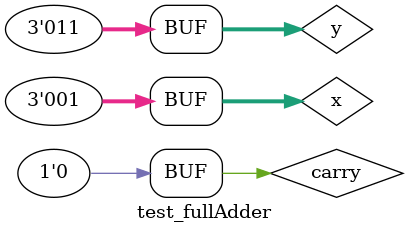
<source format=v>

module halfAdder(output s0,output s1, input a,input b);
	xor xor1(s0,a,b);
	and and1(s1,a,b);
endmodule //halfadder

module fullAdder(output s,output carryOut, input a, input b, input carryIn);
	wire w0,w1,w2;
	halfAdder hf1(w0,w1,a,b);
	halfAdder hf2(s,w2,w0,carryIn);
	or or1(carryOut,w2,w1);
endmodule //fullAdder

module fullAdder4bits(output [2:0]s, input [2:0]a, input[2:0]b, input carryIn);
	wire [2:0]carryOut;
	fullAdder fa1(s[0],carryOut[0],a[0],b[0],carryIn);
	fullAdder fa2(s[1],carryOut[1],a[1],b[1],carryOut[0]);
	fullAdder fa3(s[2],carryOut[2],a[2],b[2],carryOut[1]);
endmodule //fullAdder4bits

module test_fullAdder; 
// ------------------------- definir dados 
	reg [2:0] x; 
	reg [2:0] y; 
	reg carry; 
	wire [2:0] soma;
	
// ------------------------- instância
	fullAdder4bits fa1(soma,x,y, 0);
	
// ------------------------- parte principal 
	initial begin 
		$display("Exemplo0021 - Raphael Quintao - 445171"); 
		$display("Test ALU's full adder"); 
		
		x = 3'b000; y = 3'b000;
		carry = 0;
		
		$monitor("%3b + %3b = %3b", x, y,soma);
		#1 y = 3'b001; x=3'b001;
		#1 y = 3'b010; x=3'b001;
		#1 y = 3'b011; x=3'b001;

	end 
endmodule // test_fullAdder 
</source>
